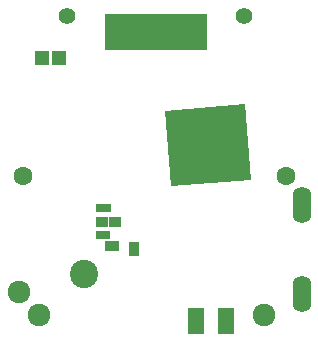
<source format=gbs>
G04 #@! TF.FileFunction,Soldermask,Bot*
%FSLAX46Y46*%
G04 Gerber Fmt 4.6, Leading zero omitted, Abs format (unit mm)*
G04 Created by KiCad (PCBNEW 4.0.5+dfsg1-4) date Thu Nov  2 15:49:47 2017*
%MOMM*%
%LPD*%
G01*
G04 APERTURE LIST*
%ADD10C,0.100000*%
%ADD11R,1.400000X2.200000*%
%ADD12R,1.000000X0.900000*%
%ADD13R,0.700000X0.750000*%
%ADD14R,0.680000X0.830000*%
%ADD15R,0.830000X0.680000*%
%ADD16R,1.200000X1.150000*%
%ADD17O,1.600000X3.100000*%
%ADD18C,1.400000*%
%ADD19C,1.600000*%
%ADD20R,8.700000X3.150000*%
%ADD21C,1.924000*%
%ADD22C,2.400000*%
G04 APERTURE END LIST*
D10*
D11*
X112876000Y-84876000D03*
X115376000Y-84876000D03*
D12*
X104898000Y-76494000D03*
X105998000Y-76494000D03*
D13*
X104728000Y-75351000D03*
X105288000Y-75351000D03*
X104702000Y-77637000D03*
X105262000Y-77637000D03*
D14*
X106004000Y-78526000D03*
X105484000Y-78526000D03*
D15*
X107649000Y-79040000D03*
X107649000Y-78520000D03*
D16*
X101287000Y-62651000D03*
X99787000Y-62651000D03*
D17*
X121800000Y-82600000D03*
X121800000Y-75100000D03*
D10*
G36*
X110761550Y-73456896D02*
X110259412Y-67076625D01*
X117038450Y-66543104D01*
X117540588Y-72923375D01*
X110761550Y-73456896D01*
X110761550Y-73456896D01*
G37*
D18*
X116900000Y-59100000D03*
D19*
X120500000Y-72600000D03*
X98200000Y-72600000D03*
D18*
X101900000Y-59100000D03*
D20*
X109500000Y-60400000D03*
D21*
X99600000Y-84400000D03*
X97870000Y-82400000D03*
X118600000Y-84400000D03*
D22*
X103350000Y-80900000D03*
M02*

</source>
